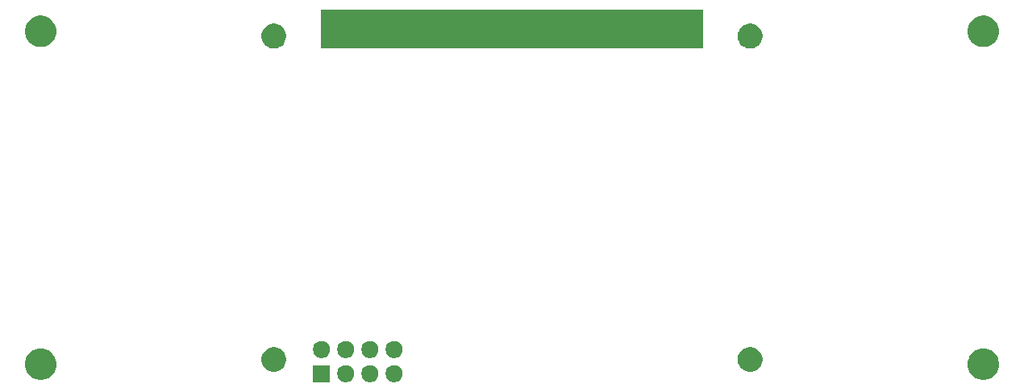
<source format=gbr>
G04 #@! TF.GenerationSoftware,KiCad,Pcbnew,(5.1.5-0-10_14)*
G04 #@! TF.CreationDate,2020-04-22T00:02:06+01:00*
G04 #@! TF.ProjectId,Display,44697370-6c61-4792-9e6b-696361645f70,rev?*
G04 #@! TF.SameCoordinates,Original*
G04 #@! TF.FileFunction,Soldermask,Bot*
G04 #@! TF.FilePolarity,Negative*
%FSLAX46Y46*%
G04 Gerber Fmt 4.6, Leading zero omitted, Abs format (unit mm)*
G04 Created by KiCad (PCBNEW (5.1.5-0-10_14)) date 2020-04-22 00:02:06*
%MOMM*%
%LPD*%
G04 APERTURE LIST*
%ADD10C,0.100000*%
G04 APERTURE END LIST*
D10*
G36*
X169733512Y-89603927D02*
G01*
X169882812Y-89633624D01*
X170046784Y-89701544D01*
X170194354Y-89800147D01*
X170319853Y-89925646D01*
X170418456Y-90073216D01*
X170486376Y-90237188D01*
X170521000Y-90411259D01*
X170521000Y-90588741D01*
X170486376Y-90762812D01*
X170418456Y-90926784D01*
X170319853Y-91074354D01*
X170194354Y-91199853D01*
X170046784Y-91298456D01*
X169882812Y-91366376D01*
X169733512Y-91396073D01*
X169708742Y-91401000D01*
X169531258Y-91401000D01*
X169506488Y-91396073D01*
X169357188Y-91366376D01*
X169193216Y-91298456D01*
X169045646Y-91199853D01*
X168920147Y-91074354D01*
X168821544Y-90926784D01*
X168753624Y-90762812D01*
X168719000Y-90588741D01*
X168719000Y-90411259D01*
X168753624Y-90237188D01*
X168821544Y-90073216D01*
X168920147Y-89925646D01*
X169045646Y-89800147D01*
X169193216Y-89701544D01*
X169357188Y-89633624D01*
X169506488Y-89603927D01*
X169531258Y-89599000D01*
X169708742Y-89599000D01*
X169733512Y-89603927D01*
G37*
G36*
X167193512Y-89603927D02*
G01*
X167342812Y-89633624D01*
X167506784Y-89701544D01*
X167654354Y-89800147D01*
X167779853Y-89925646D01*
X167878456Y-90073216D01*
X167946376Y-90237188D01*
X167981000Y-90411259D01*
X167981000Y-90588741D01*
X167946376Y-90762812D01*
X167878456Y-90926784D01*
X167779853Y-91074354D01*
X167654354Y-91199853D01*
X167506784Y-91298456D01*
X167342812Y-91366376D01*
X167193512Y-91396073D01*
X167168742Y-91401000D01*
X166991258Y-91401000D01*
X166966488Y-91396073D01*
X166817188Y-91366376D01*
X166653216Y-91298456D01*
X166505646Y-91199853D01*
X166380147Y-91074354D01*
X166281544Y-90926784D01*
X166213624Y-90762812D01*
X166179000Y-90588741D01*
X166179000Y-90411259D01*
X166213624Y-90237188D01*
X166281544Y-90073216D01*
X166380147Y-89925646D01*
X166505646Y-89800147D01*
X166653216Y-89701544D01*
X166817188Y-89633624D01*
X166966488Y-89603927D01*
X166991258Y-89599000D01*
X167168742Y-89599000D01*
X167193512Y-89603927D01*
G37*
G36*
X164653512Y-89603927D02*
G01*
X164802812Y-89633624D01*
X164966784Y-89701544D01*
X165114354Y-89800147D01*
X165239853Y-89925646D01*
X165338456Y-90073216D01*
X165406376Y-90237188D01*
X165441000Y-90411259D01*
X165441000Y-90588741D01*
X165406376Y-90762812D01*
X165338456Y-90926784D01*
X165239853Y-91074354D01*
X165114354Y-91199853D01*
X164966784Y-91298456D01*
X164802812Y-91366376D01*
X164653512Y-91396073D01*
X164628742Y-91401000D01*
X164451258Y-91401000D01*
X164426488Y-91396073D01*
X164277188Y-91366376D01*
X164113216Y-91298456D01*
X163965646Y-91199853D01*
X163840147Y-91074354D01*
X163741544Y-90926784D01*
X163673624Y-90762812D01*
X163639000Y-90588741D01*
X163639000Y-90411259D01*
X163673624Y-90237188D01*
X163741544Y-90073216D01*
X163840147Y-89925646D01*
X163965646Y-89800147D01*
X164113216Y-89701544D01*
X164277188Y-89633624D01*
X164426488Y-89603927D01*
X164451258Y-89599000D01*
X164628742Y-89599000D01*
X164653512Y-89603927D01*
G37*
G36*
X162901000Y-91401000D02*
G01*
X161099000Y-91401000D01*
X161099000Y-89599000D01*
X162901000Y-89599000D01*
X162901000Y-91401000D01*
G37*
G36*
X231875256Y-87891298D02*
G01*
X231981579Y-87912447D01*
X232282042Y-88036903D01*
X232552451Y-88217585D01*
X232782415Y-88447549D01*
X232963097Y-88717958D01*
X233026847Y-88871863D01*
X233087553Y-89018422D01*
X233151000Y-89337389D01*
X233151000Y-89662611D01*
X233123642Y-89800147D01*
X233087553Y-89981579D01*
X232963097Y-90282042D01*
X232782415Y-90552451D01*
X232552451Y-90782415D01*
X232282042Y-90963097D01*
X231981579Y-91087553D01*
X231875256Y-91108702D01*
X231662611Y-91151000D01*
X231337389Y-91151000D01*
X231124744Y-91108702D01*
X231018421Y-91087553D01*
X230717958Y-90963097D01*
X230447549Y-90782415D01*
X230217585Y-90552451D01*
X230036903Y-90282042D01*
X229912447Y-89981579D01*
X229876358Y-89800147D01*
X229849000Y-89662611D01*
X229849000Y-89337389D01*
X229912447Y-89018422D01*
X229973154Y-88871863D01*
X230036903Y-88717958D01*
X230217585Y-88447549D01*
X230447549Y-88217585D01*
X230717958Y-88036903D01*
X231018421Y-87912447D01*
X231124744Y-87891298D01*
X231337389Y-87849000D01*
X231662611Y-87849000D01*
X231875256Y-87891298D01*
G37*
G36*
X132875256Y-87891298D02*
G01*
X132981579Y-87912447D01*
X133282042Y-88036903D01*
X133552451Y-88217585D01*
X133782415Y-88447549D01*
X133963097Y-88717958D01*
X134026847Y-88871863D01*
X134087553Y-89018422D01*
X134151000Y-89337389D01*
X134151000Y-89662611D01*
X134123642Y-89800147D01*
X134087553Y-89981579D01*
X133963097Y-90282042D01*
X133782415Y-90552451D01*
X133552451Y-90782415D01*
X133282042Y-90963097D01*
X132981579Y-91087553D01*
X132875256Y-91108702D01*
X132662611Y-91151000D01*
X132337389Y-91151000D01*
X132124744Y-91108702D01*
X132018421Y-91087553D01*
X131717958Y-90963097D01*
X131447549Y-90782415D01*
X131217585Y-90552451D01*
X131036903Y-90282042D01*
X130912447Y-89981579D01*
X130876358Y-89800147D01*
X130849000Y-89662611D01*
X130849000Y-89337389D01*
X130912447Y-89018422D01*
X130973154Y-88871863D01*
X131036903Y-88717958D01*
X131217585Y-88447549D01*
X131447549Y-88217585D01*
X131717958Y-88036903D01*
X132018421Y-87912447D01*
X132124744Y-87891298D01*
X132337389Y-87849000D01*
X132662611Y-87849000D01*
X132875256Y-87891298D01*
G37*
G36*
X207379487Y-87748996D02*
G01*
X207616253Y-87847068D01*
X207616255Y-87847069D01*
X207652456Y-87871258D01*
X207829339Y-87989447D01*
X208010553Y-88170661D01*
X208152932Y-88383747D01*
X208251004Y-88620513D01*
X208301000Y-88871861D01*
X208301000Y-89128139D01*
X208251004Y-89379487D01*
X208160078Y-89599000D01*
X208152931Y-89616255D01*
X208010553Y-89829339D01*
X207829339Y-90010553D01*
X207616255Y-90152931D01*
X207616254Y-90152932D01*
X207616253Y-90152932D01*
X207379487Y-90251004D01*
X207128139Y-90301000D01*
X206871861Y-90301000D01*
X206620513Y-90251004D01*
X206383747Y-90152932D01*
X206383746Y-90152932D01*
X206383745Y-90152931D01*
X206170661Y-90010553D01*
X205989447Y-89829339D01*
X205847069Y-89616255D01*
X205839922Y-89599000D01*
X205748996Y-89379487D01*
X205699000Y-89128139D01*
X205699000Y-88871861D01*
X205748996Y-88620513D01*
X205847068Y-88383747D01*
X205989447Y-88170661D01*
X206170661Y-87989447D01*
X206347544Y-87871258D01*
X206383745Y-87847069D01*
X206383747Y-87847068D01*
X206620513Y-87748996D01*
X206871861Y-87699000D01*
X207128139Y-87699000D01*
X207379487Y-87748996D01*
G37*
G36*
X157379487Y-87748996D02*
G01*
X157616253Y-87847068D01*
X157616255Y-87847069D01*
X157652456Y-87871258D01*
X157829339Y-87989447D01*
X158010553Y-88170661D01*
X158152932Y-88383747D01*
X158251004Y-88620513D01*
X158301000Y-88871861D01*
X158301000Y-89128139D01*
X158251004Y-89379487D01*
X158160078Y-89599000D01*
X158152931Y-89616255D01*
X158010553Y-89829339D01*
X157829339Y-90010553D01*
X157616255Y-90152931D01*
X157616254Y-90152932D01*
X157616253Y-90152932D01*
X157379487Y-90251004D01*
X157128139Y-90301000D01*
X156871861Y-90301000D01*
X156620513Y-90251004D01*
X156383747Y-90152932D01*
X156383746Y-90152932D01*
X156383745Y-90152931D01*
X156170661Y-90010553D01*
X155989447Y-89829339D01*
X155847069Y-89616255D01*
X155839922Y-89599000D01*
X155748996Y-89379487D01*
X155699000Y-89128139D01*
X155699000Y-88871861D01*
X155748996Y-88620513D01*
X155847068Y-88383747D01*
X155989447Y-88170661D01*
X156170661Y-87989447D01*
X156347544Y-87871258D01*
X156383745Y-87847069D01*
X156383747Y-87847068D01*
X156620513Y-87748996D01*
X156871861Y-87699000D01*
X157128139Y-87699000D01*
X157379487Y-87748996D01*
G37*
G36*
X169733512Y-87063927D02*
G01*
X169882812Y-87093624D01*
X170046784Y-87161544D01*
X170194354Y-87260147D01*
X170319853Y-87385646D01*
X170418456Y-87533216D01*
X170486376Y-87697188D01*
X170521000Y-87871259D01*
X170521000Y-88048741D01*
X170486376Y-88222812D01*
X170418456Y-88386784D01*
X170319853Y-88534354D01*
X170194354Y-88659853D01*
X170046784Y-88758456D01*
X169882812Y-88826376D01*
X169733512Y-88856073D01*
X169708742Y-88861000D01*
X169531258Y-88861000D01*
X169506488Y-88856073D01*
X169357188Y-88826376D01*
X169193216Y-88758456D01*
X169045646Y-88659853D01*
X168920147Y-88534354D01*
X168821544Y-88386784D01*
X168753624Y-88222812D01*
X168719000Y-88048741D01*
X168719000Y-87871259D01*
X168753624Y-87697188D01*
X168821544Y-87533216D01*
X168920147Y-87385646D01*
X169045646Y-87260147D01*
X169193216Y-87161544D01*
X169357188Y-87093624D01*
X169506488Y-87063927D01*
X169531258Y-87059000D01*
X169708742Y-87059000D01*
X169733512Y-87063927D01*
G37*
G36*
X167193512Y-87063927D02*
G01*
X167342812Y-87093624D01*
X167506784Y-87161544D01*
X167654354Y-87260147D01*
X167779853Y-87385646D01*
X167878456Y-87533216D01*
X167946376Y-87697188D01*
X167981000Y-87871259D01*
X167981000Y-88048741D01*
X167946376Y-88222812D01*
X167878456Y-88386784D01*
X167779853Y-88534354D01*
X167654354Y-88659853D01*
X167506784Y-88758456D01*
X167342812Y-88826376D01*
X167193512Y-88856073D01*
X167168742Y-88861000D01*
X166991258Y-88861000D01*
X166966488Y-88856073D01*
X166817188Y-88826376D01*
X166653216Y-88758456D01*
X166505646Y-88659853D01*
X166380147Y-88534354D01*
X166281544Y-88386784D01*
X166213624Y-88222812D01*
X166179000Y-88048741D01*
X166179000Y-87871259D01*
X166213624Y-87697188D01*
X166281544Y-87533216D01*
X166380147Y-87385646D01*
X166505646Y-87260147D01*
X166653216Y-87161544D01*
X166817188Y-87093624D01*
X166966488Y-87063927D01*
X166991258Y-87059000D01*
X167168742Y-87059000D01*
X167193512Y-87063927D01*
G37*
G36*
X164653512Y-87063927D02*
G01*
X164802812Y-87093624D01*
X164966784Y-87161544D01*
X165114354Y-87260147D01*
X165239853Y-87385646D01*
X165338456Y-87533216D01*
X165406376Y-87697188D01*
X165441000Y-87871259D01*
X165441000Y-88048741D01*
X165406376Y-88222812D01*
X165338456Y-88386784D01*
X165239853Y-88534354D01*
X165114354Y-88659853D01*
X164966784Y-88758456D01*
X164802812Y-88826376D01*
X164653512Y-88856073D01*
X164628742Y-88861000D01*
X164451258Y-88861000D01*
X164426488Y-88856073D01*
X164277188Y-88826376D01*
X164113216Y-88758456D01*
X163965646Y-88659853D01*
X163840147Y-88534354D01*
X163741544Y-88386784D01*
X163673624Y-88222812D01*
X163639000Y-88048741D01*
X163639000Y-87871259D01*
X163673624Y-87697188D01*
X163741544Y-87533216D01*
X163840147Y-87385646D01*
X163965646Y-87260147D01*
X164113216Y-87161544D01*
X164277188Y-87093624D01*
X164426488Y-87063927D01*
X164451258Y-87059000D01*
X164628742Y-87059000D01*
X164653512Y-87063927D01*
G37*
G36*
X162113512Y-87063927D02*
G01*
X162262812Y-87093624D01*
X162426784Y-87161544D01*
X162574354Y-87260147D01*
X162699853Y-87385646D01*
X162798456Y-87533216D01*
X162866376Y-87697188D01*
X162901000Y-87871259D01*
X162901000Y-88048741D01*
X162866376Y-88222812D01*
X162798456Y-88386784D01*
X162699853Y-88534354D01*
X162574354Y-88659853D01*
X162426784Y-88758456D01*
X162262812Y-88826376D01*
X162113512Y-88856073D01*
X162088742Y-88861000D01*
X161911258Y-88861000D01*
X161886488Y-88856073D01*
X161737188Y-88826376D01*
X161573216Y-88758456D01*
X161425646Y-88659853D01*
X161300147Y-88534354D01*
X161201544Y-88386784D01*
X161133624Y-88222812D01*
X161099000Y-88048741D01*
X161099000Y-87871259D01*
X161133624Y-87697188D01*
X161201544Y-87533216D01*
X161300147Y-87385646D01*
X161425646Y-87260147D01*
X161573216Y-87161544D01*
X161737188Y-87093624D01*
X161886488Y-87063927D01*
X161911258Y-87059000D01*
X162088742Y-87059000D01*
X162113512Y-87063927D01*
G37*
G36*
X157379487Y-53748996D02*
G01*
X157616253Y-53847068D01*
X157616255Y-53847069D01*
X157829339Y-53989447D01*
X158010553Y-54170661D01*
X158152932Y-54383747D01*
X158251004Y-54620513D01*
X158301000Y-54871861D01*
X158301000Y-55128139D01*
X158251004Y-55379487D01*
X158152932Y-55616253D01*
X158152931Y-55616255D01*
X158010553Y-55829339D01*
X157829339Y-56010553D01*
X157616255Y-56152931D01*
X157616254Y-56152932D01*
X157616253Y-56152932D01*
X157379487Y-56251004D01*
X157128139Y-56301000D01*
X156871861Y-56301000D01*
X156620513Y-56251004D01*
X156383747Y-56152932D01*
X156383746Y-56152932D01*
X156383745Y-56152931D01*
X156170661Y-56010553D01*
X155989447Y-55829339D01*
X155847069Y-55616255D01*
X155847068Y-55616253D01*
X155748996Y-55379487D01*
X155699000Y-55128139D01*
X155699000Y-54871861D01*
X155748996Y-54620513D01*
X155847068Y-54383747D01*
X155989447Y-54170661D01*
X156170661Y-53989447D01*
X156383745Y-53847069D01*
X156383747Y-53847068D01*
X156620513Y-53748996D01*
X156871861Y-53699000D01*
X157128139Y-53699000D01*
X157379487Y-53748996D01*
G37*
G36*
X202051000Y-56301000D02*
G01*
X161949000Y-56301000D01*
X161949000Y-52199000D01*
X202051000Y-52199000D01*
X202051000Y-56301000D01*
G37*
G36*
X207379487Y-53748996D02*
G01*
X207616253Y-53847068D01*
X207616255Y-53847069D01*
X207829339Y-53989447D01*
X208010553Y-54170661D01*
X208152932Y-54383747D01*
X208251004Y-54620513D01*
X208301000Y-54871861D01*
X208301000Y-55128139D01*
X208251004Y-55379487D01*
X208152932Y-55616253D01*
X208152931Y-55616255D01*
X208010553Y-55829339D01*
X207829339Y-56010553D01*
X207616255Y-56152931D01*
X207616254Y-56152932D01*
X207616253Y-56152932D01*
X207379487Y-56251004D01*
X207128139Y-56301000D01*
X206871861Y-56301000D01*
X206620513Y-56251004D01*
X206383747Y-56152932D01*
X206383746Y-56152932D01*
X206383745Y-56152931D01*
X206170661Y-56010553D01*
X205989447Y-55829339D01*
X205847069Y-55616255D01*
X205847068Y-55616253D01*
X205748996Y-55379487D01*
X205699000Y-55128139D01*
X205699000Y-54871861D01*
X205748996Y-54620513D01*
X205847068Y-54383747D01*
X205989447Y-54170661D01*
X206170661Y-53989447D01*
X206383745Y-53847069D01*
X206383747Y-53847068D01*
X206620513Y-53748996D01*
X206871861Y-53699000D01*
X207128139Y-53699000D01*
X207379487Y-53748996D01*
G37*
G36*
X132875256Y-52891298D02*
G01*
X132981579Y-52912447D01*
X133282042Y-53036903D01*
X133552451Y-53217585D01*
X133782415Y-53447549D01*
X133963097Y-53717958D01*
X134087553Y-54018421D01*
X134151000Y-54337391D01*
X134151000Y-54662609D01*
X134087553Y-54981579D01*
X133963097Y-55282042D01*
X133782415Y-55552451D01*
X133552451Y-55782415D01*
X133282042Y-55963097D01*
X132981579Y-56087553D01*
X132875256Y-56108702D01*
X132662611Y-56151000D01*
X132337389Y-56151000D01*
X132124744Y-56108702D01*
X132018421Y-56087553D01*
X131717958Y-55963097D01*
X131447549Y-55782415D01*
X131217585Y-55552451D01*
X131036903Y-55282042D01*
X130912447Y-54981579D01*
X130849000Y-54662609D01*
X130849000Y-54337391D01*
X130912447Y-54018421D01*
X131036903Y-53717958D01*
X131217585Y-53447549D01*
X131447549Y-53217585D01*
X131717958Y-53036903D01*
X132018421Y-52912447D01*
X132124744Y-52891298D01*
X132337389Y-52849000D01*
X132662611Y-52849000D01*
X132875256Y-52891298D01*
G37*
G36*
X231875256Y-52891298D02*
G01*
X231981579Y-52912447D01*
X232282042Y-53036903D01*
X232552451Y-53217585D01*
X232782415Y-53447549D01*
X232963097Y-53717958D01*
X233087553Y-54018421D01*
X233151000Y-54337391D01*
X233151000Y-54662609D01*
X233087553Y-54981579D01*
X232963097Y-55282042D01*
X232782415Y-55552451D01*
X232552451Y-55782415D01*
X232282042Y-55963097D01*
X231981579Y-56087553D01*
X231875256Y-56108702D01*
X231662611Y-56151000D01*
X231337389Y-56151000D01*
X231124744Y-56108702D01*
X231018421Y-56087553D01*
X230717958Y-55963097D01*
X230447549Y-55782415D01*
X230217585Y-55552451D01*
X230036903Y-55282042D01*
X229912447Y-54981579D01*
X229849000Y-54662609D01*
X229849000Y-54337391D01*
X229912447Y-54018421D01*
X230036903Y-53717958D01*
X230217585Y-53447549D01*
X230447549Y-53217585D01*
X230717958Y-53036903D01*
X231018421Y-52912447D01*
X231124744Y-52891298D01*
X231337389Y-52849000D01*
X231662611Y-52849000D01*
X231875256Y-52891298D01*
G37*
M02*

</source>
